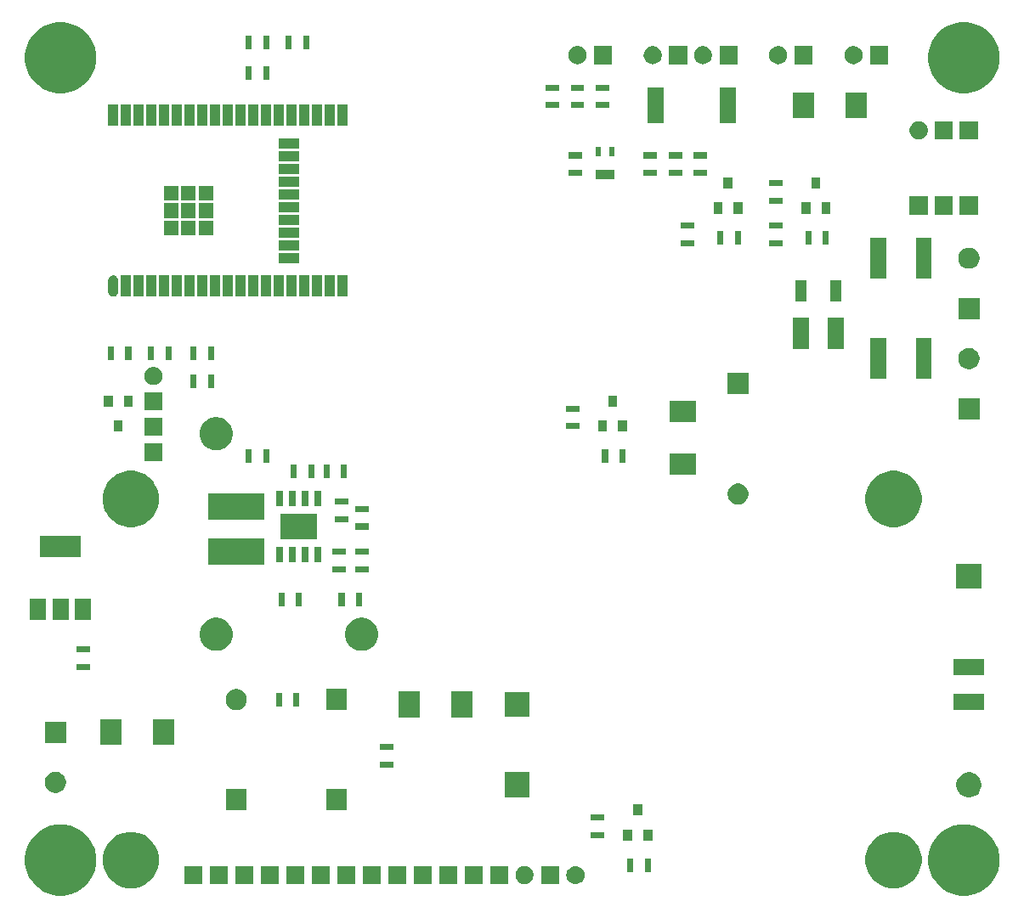
<source format=gbr>
G04 #@! TF.GenerationSoftware,KiCad,Pcbnew,(5.1.2-1)-1*
G04 #@! TF.CreationDate,2020-09-08T18:19:47+03:00*
G04 #@! TF.ProjectId,UAK_0,55414b5f-302e-46b6-9963-61645f706362,rev?*
G04 #@! TF.SameCoordinates,Original*
G04 #@! TF.FileFunction,Soldermask,Top*
G04 #@! TF.FilePolarity,Negative*
%FSLAX46Y46*%
G04 Gerber Fmt 4.6, Leading zero omitted, Abs format (unit mm)*
G04 Created by KiCad (PCBNEW (5.1.2-1)-1) date 2020-09-08 18:19:47*
%MOMM*%
%LPD*%
G04 APERTURE LIST*
%ADD10C,0.100000*%
G04 APERTURE END LIST*
D10*
G36*
X171035787Y-131585462D02*
G01*
X171035790Y-131585463D01*
X171035789Y-131585463D01*
X171682029Y-131853144D01*
X172263631Y-132241758D01*
X172758242Y-132736369D01*
X173146856Y-133317971D01*
X173146856Y-133317972D01*
X173414538Y-133964213D01*
X173551000Y-134650256D01*
X173551000Y-135349744D01*
X173414538Y-136035787D01*
X173356460Y-136176000D01*
X173146856Y-136682029D01*
X172758242Y-137263631D01*
X172263631Y-137758242D01*
X171682029Y-138146856D01*
X171225068Y-138336135D01*
X171035787Y-138414538D01*
X170349744Y-138551000D01*
X169650256Y-138551000D01*
X168964213Y-138414538D01*
X168774932Y-138336135D01*
X168317971Y-138146856D01*
X167736369Y-137758242D01*
X167241758Y-137263631D01*
X166853144Y-136682029D01*
X166643540Y-136176000D01*
X166585462Y-136035787D01*
X166449000Y-135349744D01*
X166449000Y-134650256D01*
X166585462Y-133964213D01*
X166853144Y-133317972D01*
X166853144Y-133317971D01*
X167241758Y-132736369D01*
X167736369Y-132241758D01*
X168317971Y-131853144D01*
X168964211Y-131585463D01*
X168964210Y-131585463D01*
X168964213Y-131585462D01*
X169650256Y-131449000D01*
X170349744Y-131449000D01*
X171035787Y-131585462D01*
X171035787Y-131585462D01*
G37*
G36*
X81035787Y-131585462D02*
G01*
X81035790Y-131585463D01*
X81035789Y-131585463D01*
X81682029Y-131853144D01*
X82263631Y-132241758D01*
X82758242Y-132736369D01*
X83146856Y-133317971D01*
X83146856Y-133317972D01*
X83414538Y-133964213D01*
X83551000Y-134650256D01*
X83551000Y-135349744D01*
X83414538Y-136035787D01*
X83356460Y-136176000D01*
X83146856Y-136682029D01*
X82758242Y-137263631D01*
X82263631Y-137758242D01*
X81682029Y-138146856D01*
X81225068Y-138336135D01*
X81035787Y-138414538D01*
X80349744Y-138551000D01*
X79650256Y-138551000D01*
X78964213Y-138414538D01*
X78774932Y-138336135D01*
X78317971Y-138146856D01*
X77736369Y-137758242D01*
X77241758Y-137263631D01*
X76853144Y-136682029D01*
X76643540Y-136176000D01*
X76585462Y-136035787D01*
X76449000Y-135349744D01*
X76449000Y-134650256D01*
X76585462Y-133964213D01*
X76853144Y-133317972D01*
X76853144Y-133317971D01*
X77241758Y-132736369D01*
X77736369Y-132241758D01*
X78317971Y-131853144D01*
X78964211Y-131585463D01*
X78964210Y-131585463D01*
X78964213Y-131585462D01*
X79650256Y-131449000D01*
X80349744Y-131449000D01*
X81035787Y-131585462D01*
X81035787Y-131585462D01*
G37*
G36*
X163817021Y-132306640D02*
G01*
X164326769Y-132517785D01*
X164326771Y-132517786D01*
X164785534Y-132824321D01*
X165175679Y-133214466D01*
X165244839Y-133317972D01*
X165482215Y-133673231D01*
X165693360Y-134182979D01*
X165801000Y-134724124D01*
X165801000Y-135275876D01*
X165693360Y-135817021D01*
X165483621Y-136323375D01*
X165482214Y-136326771D01*
X165175679Y-136785534D01*
X164785534Y-137175679D01*
X164326771Y-137482214D01*
X164326770Y-137482215D01*
X164326769Y-137482215D01*
X163817021Y-137693360D01*
X163275876Y-137801000D01*
X162724124Y-137801000D01*
X162182979Y-137693360D01*
X161673231Y-137482215D01*
X161673230Y-137482215D01*
X161673229Y-137482214D01*
X161214466Y-137175679D01*
X160824321Y-136785534D01*
X160517786Y-136326771D01*
X160516379Y-136323375D01*
X160306640Y-135817021D01*
X160199000Y-135275876D01*
X160199000Y-134724124D01*
X160306640Y-134182979D01*
X160517785Y-133673231D01*
X160755161Y-133317972D01*
X160824321Y-133214466D01*
X161214466Y-132824321D01*
X161673229Y-132517786D01*
X161673231Y-132517785D01*
X162182979Y-132306640D01*
X162724124Y-132199000D01*
X163275876Y-132199000D01*
X163817021Y-132306640D01*
X163817021Y-132306640D01*
G37*
G36*
X87817021Y-132306640D02*
G01*
X88326769Y-132517785D01*
X88326771Y-132517786D01*
X88785534Y-132824321D01*
X89175679Y-133214466D01*
X89244839Y-133317972D01*
X89482215Y-133673231D01*
X89693360Y-134182979D01*
X89801000Y-134724124D01*
X89801000Y-135275876D01*
X89693360Y-135817021D01*
X89483621Y-136323375D01*
X89482214Y-136326771D01*
X89175679Y-136785534D01*
X88785534Y-137175679D01*
X88326771Y-137482214D01*
X88326770Y-137482215D01*
X88326769Y-137482215D01*
X87817021Y-137693360D01*
X87275876Y-137801000D01*
X86724124Y-137801000D01*
X86182979Y-137693360D01*
X85673231Y-137482215D01*
X85673230Y-137482215D01*
X85673229Y-137482214D01*
X85214466Y-137175679D01*
X84824321Y-136785534D01*
X84517786Y-136326771D01*
X84516379Y-136323375D01*
X84306640Y-135817021D01*
X84199000Y-135275876D01*
X84199000Y-134724124D01*
X84306640Y-134182979D01*
X84517785Y-133673231D01*
X84755161Y-133317972D01*
X84824321Y-133214466D01*
X85214466Y-132824321D01*
X85673229Y-132517786D01*
X85673231Y-132517785D01*
X86182979Y-132306640D01*
X86724124Y-132199000D01*
X87275876Y-132199000D01*
X87817021Y-132306640D01*
X87817021Y-132306640D01*
G37*
G36*
X122041000Y-137401000D02*
G01*
X120239000Y-137401000D01*
X120239000Y-135599000D01*
X122041000Y-135599000D01*
X122041000Y-137401000D01*
X122041000Y-137401000D01*
G37*
G36*
X119501000Y-137401000D02*
G01*
X117699000Y-137401000D01*
X117699000Y-135599000D01*
X119501000Y-135599000D01*
X119501000Y-137401000D01*
X119501000Y-137401000D01*
G37*
G36*
X116961000Y-137401000D02*
G01*
X115159000Y-137401000D01*
X115159000Y-135599000D01*
X116961000Y-135599000D01*
X116961000Y-137401000D01*
X116961000Y-137401000D01*
G37*
G36*
X114421000Y-137401000D02*
G01*
X112619000Y-137401000D01*
X112619000Y-135599000D01*
X114421000Y-135599000D01*
X114421000Y-137401000D01*
X114421000Y-137401000D01*
G37*
G36*
X111881000Y-137401000D02*
G01*
X110079000Y-137401000D01*
X110079000Y-135599000D01*
X111881000Y-135599000D01*
X111881000Y-137401000D01*
X111881000Y-137401000D01*
G37*
G36*
X109341000Y-137401000D02*
G01*
X107539000Y-137401000D01*
X107539000Y-135599000D01*
X109341000Y-135599000D01*
X109341000Y-137401000D01*
X109341000Y-137401000D01*
G37*
G36*
X106801000Y-137401000D02*
G01*
X104999000Y-137401000D01*
X104999000Y-135599000D01*
X106801000Y-135599000D01*
X106801000Y-137401000D01*
X106801000Y-137401000D01*
G37*
G36*
X104261000Y-137401000D02*
G01*
X102459000Y-137401000D01*
X102459000Y-135599000D01*
X104261000Y-135599000D01*
X104261000Y-137401000D01*
X104261000Y-137401000D01*
G37*
G36*
X101721000Y-137401000D02*
G01*
X99919000Y-137401000D01*
X99919000Y-135599000D01*
X101721000Y-135599000D01*
X101721000Y-137401000D01*
X101721000Y-137401000D01*
G37*
G36*
X99181000Y-137401000D02*
G01*
X97379000Y-137401000D01*
X97379000Y-135599000D01*
X99181000Y-135599000D01*
X99181000Y-137401000D01*
X99181000Y-137401000D01*
G37*
G36*
X96641000Y-137401000D02*
G01*
X94839000Y-137401000D01*
X94839000Y-135599000D01*
X96641000Y-135599000D01*
X96641000Y-137401000D01*
X96641000Y-137401000D01*
G37*
G36*
X94101000Y-137401000D02*
G01*
X92299000Y-137401000D01*
X92299000Y-135599000D01*
X94101000Y-135599000D01*
X94101000Y-137401000D01*
X94101000Y-137401000D01*
G37*
G36*
X131410442Y-135605518D02*
G01*
X131476627Y-135612037D01*
X131646466Y-135663557D01*
X131802991Y-135747222D01*
X131838729Y-135776552D01*
X131940186Y-135859814D01*
X132023448Y-135961271D01*
X132052778Y-135997009D01*
X132136443Y-136153534D01*
X132187963Y-136323373D01*
X132205359Y-136500000D01*
X132187963Y-136676627D01*
X132136443Y-136846466D01*
X132052778Y-137002991D01*
X132023448Y-137038729D01*
X131940186Y-137140186D01*
X131867480Y-137199853D01*
X131802991Y-137252778D01*
X131646466Y-137336443D01*
X131476627Y-137387963D01*
X131410443Y-137394481D01*
X131344260Y-137401000D01*
X131255740Y-137401000D01*
X131189557Y-137394481D01*
X131123373Y-137387963D01*
X130953534Y-137336443D01*
X130797009Y-137252778D01*
X130732520Y-137199853D01*
X130659814Y-137140186D01*
X130576552Y-137038729D01*
X130547222Y-137002991D01*
X130463557Y-136846466D01*
X130412037Y-136676627D01*
X130394641Y-136500000D01*
X130412037Y-136323373D01*
X130463557Y-136153534D01*
X130547222Y-135997009D01*
X130576552Y-135961271D01*
X130659814Y-135859814D01*
X130761271Y-135776552D01*
X130797009Y-135747222D01*
X130953534Y-135663557D01*
X131123373Y-135612037D01*
X131189558Y-135605518D01*
X131255740Y-135599000D01*
X131344260Y-135599000D01*
X131410442Y-135605518D01*
X131410442Y-135605518D01*
G37*
G36*
X124581000Y-137401000D02*
G01*
X122779000Y-137401000D01*
X122779000Y-135599000D01*
X124581000Y-135599000D01*
X124581000Y-137401000D01*
X124581000Y-137401000D01*
G37*
G36*
X126333512Y-135603927D02*
G01*
X126482812Y-135633624D01*
X126646784Y-135701544D01*
X126794354Y-135800147D01*
X126919853Y-135925646D01*
X127018456Y-136073216D01*
X127086376Y-136237188D01*
X127121000Y-136411259D01*
X127121000Y-136588741D01*
X127086376Y-136762812D01*
X127018456Y-136926784D01*
X126919853Y-137074354D01*
X126794354Y-137199853D01*
X126646784Y-137298456D01*
X126482812Y-137366376D01*
X126333512Y-137396073D01*
X126308742Y-137401000D01*
X126131258Y-137401000D01*
X126106488Y-137396073D01*
X125957188Y-137366376D01*
X125793216Y-137298456D01*
X125645646Y-137199853D01*
X125520147Y-137074354D01*
X125421544Y-136926784D01*
X125353624Y-136762812D01*
X125319000Y-136588741D01*
X125319000Y-136411259D01*
X125353624Y-136237188D01*
X125421544Y-136073216D01*
X125520147Y-135925646D01*
X125645646Y-135800147D01*
X125793216Y-135701544D01*
X125957188Y-135633624D01*
X126106488Y-135603927D01*
X126131258Y-135599000D01*
X126308742Y-135599000D01*
X126333512Y-135603927D01*
X126333512Y-135603927D01*
G37*
G36*
X129661000Y-137401000D02*
G01*
X127859000Y-137401000D01*
X127859000Y-135599000D01*
X129661000Y-135599000D01*
X129661000Y-137401000D01*
X129661000Y-137401000D01*
G37*
G36*
X138801000Y-136176000D02*
G01*
X138199000Y-136176000D01*
X138199000Y-134824000D01*
X138801000Y-134824000D01*
X138801000Y-136176000D01*
X138801000Y-136176000D01*
G37*
G36*
X137051000Y-136176000D02*
G01*
X136449000Y-136176000D01*
X136449000Y-134824000D01*
X137051000Y-134824000D01*
X137051000Y-136176000D01*
X137051000Y-136176000D01*
G37*
G36*
X136951000Y-133051000D02*
G01*
X136049000Y-133051000D01*
X136049000Y-131949000D01*
X136951000Y-131949000D01*
X136951000Y-133051000D01*
X136951000Y-133051000D01*
G37*
G36*
X138951000Y-133051000D02*
G01*
X138049000Y-133051000D01*
X138049000Y-131949000D01*
X138951000Y-131949000D01*
X138951000Y-133051000D01*
X138951000Y-133051000D01*
G37*
G36*
X134176000Y-132801000D02*
G01*
X132824000Y-132801000D01*
X132824000Y-132199000D01*
X134176000Y-132199000D01*
X134176000Y-132801000D01*
X134176000Y-132801000D01*
G37*
G36*
X134176000Y-131051000D02*
G01*
X132824000Y-131051000D01*
X132824000Y-130449000D01*
X134176000Y-130449000D01*
X134176000Y-131051000D01*
X134176000Y-131051000D01*
G37*
G36*
X137951000Y-130551000D02*
G01*
X137049000Y-130551000D01*
X137049000Y-129449000D01*
X137951000Y-129449000D01*
X137951000Y-130551000D01*
X137951000Y-130551000D01*
G37*
G36*
X98551000Y-130051000D02*
G01*
X96449000Y-130051000D01*
X96449000Y-127949000D01*
X98551000Y-127949000D01*
X98551000Y-130051000D01*
X98551000Y-130051000D01*
G37*
G36*
X108551000Y-130051000D02*
G01*
X106449000Y-130051000D01*
X106449000Y-127949000D01*
X108551000Y-127949000D01*
X108551000Y-130051000D01*
X108551000Y-130051000D01*
G37*
G36*
X126751000Y-128751000D02*
G01*
X124249000Y-128751000D01*
X124249000Y-126249000D01*
X126751000Y-126249000D01*
X126751000Y-128751000D01*
X126751000Y-128751000D01*
G37*
G36*
X170864903Y-126297075D02*
G01*
X171092571Y-126391378D01*
X171297466Y-126528285D01*
X171471715Y-126702534D01*
X171608622Y-126907429D01*
X171702925Y-127135097D01*
X171751000Y-127376787D01*
X171751000Y-127623213D01*
X171702925Y-127864903D01*
X171608622Y-128092571D01*
X171471715Y-128297466D01*
X171297466Y-128471715D01*
X171092571Y-128608622D01*
X171092570Y-128608623D01*
X171092569Y-128608623D01*
X170864903Y-128702925D01*
X170623214Y-128751000D01*
X170376786Y-128751000D01*
X170135097Y-128702925D01*
X169907431Y-128608623D01*
X169907430Y-128608623D01*
X169907429Y-128608622D01*
X169702534Y-128471715D01*
X169528285Y-128297466D01*
X169391378Y-128092571D01*
X169297075Y-127864903D01*
X169249000Y-127623213D01*
X169249000Y-127376787D01*
X169297075Y-127135097D01*
X169391378Y-126907429D01*
X169528285Y-126702534D01*
X169702534Y-126528285D01*
X169907429Y-126391378D01*
X170135097Y-126297075D01*
X170376786Y-126249000D01*
X170623214Y-126249000D01*
X170864903Y-126297075D01*
X170864903Y-126297075D01*
G37*
G36*
X79806564Y-126239389D02*
G01*
X79997833Y-126318615D01*
X79997835Y-126318616D01*
X80169973Y-126433635D01*
X80316365Y-126580027D01*
X80398222Y-126702534D01*
X80431385Y-126752167D01*
X80510611Y-126943436D01*
X80551000Y-127146484D01*
X80551000Y-127353516D01*
X80510611Y-127556564D01*
X80431385Y-127747833D01*
X80431384Y-127747835D01*
X80316365Y-127919973D01*
X80169973Y-128066365D01*
X79997835Y-128181384D01*
X79997834Y-128181385D01*
X79997833Y-128181385D01*
X79806564Y-128260611D01*
X79603516Y-128301000D01*
X79396484Y-128301000D01*
X79193436Y-128260611D01*
X79002167Y-128181385D01*
X79002166Y-128181385D01*
X79002165Y-128181384D01*
X78830027Y-128066365D01*
X78683635Y-127919973D01*
X78568616Y-127747835D01*
X78568615Y-127747833D01*
X78489389Y-127556564D01*
X78449000Y-127353516D01*
X78449000Y-127146484D01*
X78489389Y-126943436D01*
X78568615Y-126752167D01*
X78601779Y-126702534D01*
X78683635Y-126580027D01*
X78830027Y-126433635D01*
X79002165Y-126318616D01*
X79002167Y-126318615D01*
X79193436Y-126239389D01*
X79396484Y-126199000D01*
X79603516Y-126199000D01*
X79806564Y-126239389D01*
X79806564Y-126239389D01*
G37*
G36*
X113176000Y-125801000D02*
G01*
X111824000Y-125801000D01*
X111824000Y-125199000D01*
X113176000Y-125199000D01*
X113176000Y-125801000D01*
X113176000Y-125801000D01*
G37*
G36*
X113176000Y-124051000D02*
G01*
X111824000Y-124051000D01*
X111824000Y-123449000D01*
X113176000Y-123449000D01*
X113176000Y-124051000D01*
X113176000Y-124051000D01*
G37*
G36*
X86051000Y-123551000D02*
G01*
X83949000Y-123551000D01*
X83949000Y-120949000D01*
X86051000Y-120949000D01*
X86051000Y-123551000D01*
X86051000Y-123551000D01*
G37*
G36*
X91301000Y-123551000D02*
G01*
X89199000Y-123551000D01*
X89199000Y-120949000D01*
X91301000Y-120949000D01*
X91301000Y-123551000D01*
X91301000Y-123551000D01*
G37*
G36*
X80551000Y-123301000D02*
G01*
X78449000Y-123301000D01*
X78449000Y-121199000D01*
X80551000Y-121199000D01*
X80551000Y-123301000D01*
X80551000Y-123301000D01*
G37*
G36*
X121051000Y-120801000D02*
G01*
X118949000Y-120801000D01*
X118949000Y-118199000D01*
X121051000Y-118199000D01*
X121051000Y-120801000D01*
X121051000Y-120801000D01*
G37*
G36*
X115801000Y-120801000D02*
G01*
X113699000Y-120801000D01*
X113699000Y-118199000D01*
X115801000Y-118199000D01*
X115801000Y-120801000D01*
X115801000Y-120801000D01*
G37*
G36*
X126751000Y-120751000D02*
G01*
X124249000Y-120751000D01*
X124249000Y-118249000D01*
X126751000Y-118249000D01*
X126751000Y-120751000D01*
X126751000Y-120751000D01*
G37*
G36*
X172051000Y-120051000D02*
G01*
X168949000Y-120051000D01*
X168949000Y-118449000D01*
X172051000Y-118449000D01*
X172051000Y-120051000D01*
X172051000Y-120051000D01*
G37*
G36*
X97806564Y-117989389D02*
G01*
X97997833Y-118068615D01*
X97997835Y-118068616D01*
X98169973Y-118183635D01*
X98316365Y-118330027D01*
X98431385Y-118502167D01*
X98510611Y-118693436D01*
X98551000Y-118896484D01*
X98551000Y-119103516D01*
X98510611Y-119306564D01*
X98431385Y-119497833D01*
X98431384Y-119497835D01*
X98316365Y-119669973D01*
X98169973Y-119816365D01*
X97997835Y-119931384D01*
X97997834Y-119931385D01*
X97997833Y-119931385D01*
X97806564Y-120010611D01*
X97603516Y-120051000D01*
X97396484Y-120051000D01*
X97193436Y-120010611D01*
X97002167Y-119931385D01*
X97002166Y-119931385D01*
X97002165Y-119931384D01*
X96830027Y-119816365D01*
X96683635Y-119669973D01*
X96568616Y-119497835D01*
X96568615Y-119497833D01*
X96489389Y-119306564D01*
X96449000Y-119103516D01*
X96449000Y-118896484D01*
X96489389Y-118693436D01*
X96568615Y-118502167D01*
X96683635Y-118330027D01*
X96830027Y-118183635D01*
X97002165Y-118068616D01*
X97002167Y-118068615D01*
X97193436Y-117989389D01*
X97396484Y-117949000D01*
X97603516Y-117949000D01*
X97806564Y-117989389D01*
X97806564Y-117989389D01*
G37*
G36*
X108551000Y-120051000D02*
G01*
X106449000Y-120051000D01*
X106449000Y-117949000D01*
X108551000Y-117949000D01*
X108551000Y-120051000D01*
X108551000Y-120051000D01*
G37*
G36*
X102051000Y-119676000D02*
G01*
X101449000Y-119676000D01*
X101449000Y-118324000D01*
X102051000Y-118324000D01*
X102051000Y-119676000D01*
X102051000Y-119676000D01*
G37*
G36*
X103801000Y-119676000D02*
G01*
X103199000Y-119676000D01*
X103199000Y-118324000D01*
X103801000Y-118324000D01*
X103801000Y-119676000D01*
X103801000Y-119676000D01*
G37*
G36*
X172051000Y-116551000D02*
G01*
X168949000Y-116551000D01*
X168949000Y-114949000D01*
X172051000Y-114949000D01*
X172051000Y-116551000D01*
X172051000Y-116551000D01*
G37*
G36*
X82926000Y-116051000D02*
G01*
X81574000Y-116051000D01*
X81574000Y-115449000D01*
X82926000Y-115449000D01*
X82926000Y-116051000D01*
X82926000Y-116051000D01*
G37*
G36*
X82926000Y-114301000D02*
G01*
X81574000Y-114301000D01*
X81574000Y-113699000D01*
X82926000Y-113699000D01*
X82926000Y-114301000D01*
X82926000Y-114301000D01*
G37*
G36*
X95875256Y-110891298D02*
G01*
X95981579Y-110912447D01*
X96282042Y-111036903D01*
X96552451Y-111217585D01*
X96782415Y-111447549D01*
X96963097Y-111717958D01*
X97087553Y-112018421D01*
X97151000Y-112337391D01*
X97151000Y-112662609D01*
X97087553Y-112981579D01*
X96963097Y-113282042D01*
X96782415Y-113552451D01*
X96552451Y-113782415D01*
X96282042Y-113963097D01*
X95981579Y-114087553D01*
X95875256Y-114108702D01*
X95662611Y-114151000D01*
X95337389Y-114151000D01*
X95124744Y-114108702D01*
X95018421Y-114087553D01*
X94717958Y-113963097D01*
X94447549Y-113782415D01*
X94217585Y-113552451D01*
X94036903Y-113282042D01*
X93912447Y-112981579D01*
X93849000Y-112662609D01*
X93849000Y-112337391D01*
X93912447Y-112018421D01*
X94036903Y-111717958D01*
X94217585Y-111447549D01*
X94447549Y-111217585D01*
X94717958Y-111036903D01*
X95018421Y-110912447D01*
X95124744Y-110891298D01*
X95337389Y-110849000D01*
X95662611Y-110849000D01*
X95875256Y-110891298D01*
X95875256Y-110891298D01*
G37*
G36*
X110375256Y-110891298D02*
G01*
X110481579Y-110912447D01*
X110782042Y-111036903D01*
X111052451Y-111217585D01*
X111282415Y-111447549D01*
X111463097Y-111717958D01*
X111587553Y-112018421D01*
X111651000Y-112337391D01*
X111651000Y-112662609D01*
X111587553Y-112981579D01*
X111463097Y-113282042D01*
X111282415Y-113552451D01*
X111052451Y-113782415D01*
X110782042Y-113963097D01*
X110481579Y-114087553D01*
X110375256Y-114108702D01*
X110162611Y-114151000D01*
X109837389Y-114151000D01*
X109624744Y-114108702D01*
X109518421Y-114087553D01*
X109217958Y-113963097D01*
X108947549Y-113782415D01*
X108717585Y-113552451D01*
X108536903Y-113282042D01*
X108412447Y-112981579D01*
X108349000Y-112662609D01*
X108349000Y-112337391D01*
X108412447Y-112018421D01*
X108536903Y-111717958D01*
X108717585Y-111447549D01*
X108947549Y-111217585D01*
X109217958Y-111036903D01*
X109518421Y-110912447D01*
X109624744Y-110891298D01*
X109837389Y-110849000D01*
X110162611Y-110849000D01*
X110375256Y-110891298D01*
X110375256Y-110891298D01*
G37*
G36*
X80801000Y-111051000D02*
G01*
X79199000Y-111051000D01*
X79199000Y-108949000D01*
X80801000Y-108949000D01*
X80801000Y-111051000D01*
X80801000Y-111051000D01*
G37*
G36*
X83051000Y-111051000D02*
G01*
X81449000Y-111051000D01*
X81449000Y-108949000D01*
X83051000Y-108949000D01*
X83051000Y-111051000D01*
X83051000Y-111051000D01*
G37*
G36*
X78551000Y-111051000D02*
G01*
X76949000Y-111051000D01*
X76949000Y-108949000D01*
X78551000Y-108949000D01*
X78551000Y-111051000D01*
X78551000Y-111051000D01*
G37*
G36*
X110051000Y-109676000D02*
G01*
X109449000Y-109676000D01*
X109449000Y-108324000D01*
X110051000Y-108324000D01*
X110051000Y-109676000D01*
X110051000Y-109676000D01*
G37*
G36*
X108301000Y-109676000D02*
G01*
X107699000Y-109676000D01*
X107699000Y-108324000D01*
X108301000Y-108324000D01*
X108301000Y-109676000D01*
X108301000Y-109676000D01*
G37*
G36*
X104051000Y-109676000D02*
G01*
X103449000Y-109676000D01*
X103449000Y-108324000D01*
X104051000Y-108324000D01*
X104051000Y-109676000D01*
X104051000Y-109676000D01*
G37*
G36*
X102301000Y-109676000D02*
G01*
X101699000Y-109676000D01*
X101699000Y-108324000D01*
X102301000Y-108324000D01*
X102301000Y-109676000D01*
X102301000Y-109676000D01*
G37*
G36*
X171751000Y-107951000D02*
G01*
X169249000Y-107951000D01*
X169249000Y-105449000D01*
X171751000Y-105449000D01*
X171751000Y-107951000D01*
X171751000Y-107951000D01*
G37*
G36*
X108426000Y-106301000D02*
G01*
X107074000Y-106301000D01*
X107074000Y-105699000D01*
X108426000Y-105699000D01*
X108426000Y-106301000D01*
X108426000Y-106301000D01*
G37*
G36*
X110676000Y-106301000D02*
G01*
X109324000Y-106301000D01*
X109324000Y-105699000D01*
X110676000Y-105699000D01*
X110676000Y-106301000D01*
X110676000Y-106301000D01*
G37*
G36*
X100301000Y-105551000D02*
G01*
X94699000Y-105551000D01*
X94699000Y-102949000D01*
X100301000Y-102949000D01*
X100301000Y-105551000D01*
X100301000Y-105551000D01*
G37*
G36*
X102200800Y-105331600D02*
G01*
X101489200Y-105331600D01*
X101489200Y-103756400D01*
X102200800Y-103756400D01*
X102200800Y-105331600D01*
X102200800Y-105331600D01*
G37*
G36*
X103470800Y-105331600D02*
G01*
X102759200Y-105331600D01*
X102759200Y-103756400D01*
X103470800Y-103756400D01*
X103470800Y-105331600D01*
X103470800Y-105331600D01*
G37*
G36*
X104740800Y-105331600D02*
G01*
X104029200Y-105331600D01*
X104029200Y-103756400D01*
X104740800Y-103756400D01*
X104740800Y-105331600D01*
X104740800Y-105331600D01*
G37*
G36*
X106010800Y-105331600D02*
G01*
X105299200Y-105331600D01*
X105299200Y-103756400D01*
X106010800Y-103756400D01*
X106010800Y-105331600D01*
X106010800Y-105331600D01*
G37*
G36*
X82051000Y-104801000D02*
G01*
X77949000Y-104801000D01*
X77949000Y-102699000D01*
X82051000Y-102699000D01*
X82051000Y-104801000D01*
X82051000Y-104801000D01*
G37*
G36*
X110676000Y-104551000D02*
G01*
X109324000Y-104551000D01*
X109324000Y-103949000D01*
X110676000Y-103949000D01*
X110676000Y-104551000D01*
X110676000Y-104551000D01*
G37*
G36*
X108426000Y-104551000D02*
G01*
X107074000Y-104551000D01*
X107074000Y-103949000D01*
X108426000Y-103949000D01*
X108426000Y-104551000D01*
X108426000Y-104551000D01*
G37*
G36*
X105551000Y-103051000D02*
G01*
X101949000Y-103051000D01*
X101949000Y-100449000D01*
X105551000Y-100449000D01*
X105551000Y-103051000D01*
X105551000Y-103051000D01*
G37*
G36*
X110676000Y-102051000D02*
G01*
X109324000Y-102051000D01*
X109324000Y-101449000D01*
X110676000Y-101449000D01*
X110676000Y-102051000D01*
X110676000Y-102051000D01*
G37*
G36*
X163817021Y-96306640D02*
G01*
X164326769Y-96517785D01*
X164326771Y-96517786D01*
X164785534Y-96824321D01*
X165175679Y-97214466D01*
X165412313Y-97568615D01*
X165482215Y-97673231D01*
X165693360Y-98182979D01*
X165801000Y-98724124D01*
X165801000Y-99275876D01*
X165693360Y-99817021D01*
X165492889Y-100301000D01*
X165482214Y-100326771D01*
X165175679Y-100785534D01*
X164785534Y-101175679D01*
X164326771Y-101482214D01*
X164326770Y-101482215D01*
X164326769Y-101482215D01*
X163817021Y-101693360D01*
X163275876Y-101801000D01*
X162724124Y-101801000D01*
X162182979Y-101693360D01*
X161673231Y-101482215D01*
X161673230Y-101482215D01*
X161673229Y-101482214D01*
X161214466Y-101175679D01*
X160824321Y-100785534D01*
X160517786Y-100326771D01*
X160507111Y-100301000D01*
X160306640Y-99817021D01*
X160199000Y-99275876D01*
X160199000Y-98724124D01*
X160306640Y-98182979D01*
X160517785Y-97673231D01*
X160587687Y-97568615D01*
X160824321Y-97214466D01*
X161214466Y-96824321D01*
X161673229Y-96517786D01*
X161673231Y-96517785D01*
X162182979Y-96306640D01*
X162724124Y-96199000D01*
X163275876Y-96199000D01*
X163817021Y-96306640D01*
X163817021Y-96306640D01*
G37*
G36*
X87817021Y-96306640D02*
G01*
X88326769Y-96517785D01*
X88326771Y-96517786D01*
X88785534Y-96824321D01*
X89175679Y-97214466D01*
X89412313Y-97568615D01*
X89482215Y-97673231D01*
X89693360Y-98182979D01*
X89801000Y-98724124D01*
X89801000Y-99275876D01*
X89693360Y-99817021D01*
X89492889Y-100301000D01*
X89482214Y-100326771D01*
X89175679Y-100785534D01*
X88785534Y-101175679D01*
X88326771Y-101482214D01*
X88326770Y-101482215D01*
X88326769Y-101482215D01*
X87817021Y-101693360D01*
X87275876Y-101801000D01*
X86724124Y-101801000D01*
X86182979Y-101693360D01*
X85673231Y-101482215D01*
X85673230Y-101482215D01*
X85673229Y-101482214D01*
X85214466Y-101175679D01*
X84824321Y-100785534D01*
X84517786Y-100326771D01*
X84507111Y-100301000D01*
X84306640Y-99817021D01*
X84199000Y-99275876D01*
X84199000Y-98724124D01*
X84306640Y-98182979D01*
X84517785Y-97673231D01*
X84587687Y-97568615D01*
X84824321Y-97214466D01*
X85214466Y-96824321D01*
X85673229Y-96517786D01*
X85673231Y-96517785D01*
X86182979Y-96306640D01*
X86724124Y-96199000D01*
X87275876Y-96199000D01*
X87817021Y-96306640D01*
X87817021Y-96306640D01*
G37*
G36*
X108676000Y-101301000D02*
G01*
X107324000Y-101301000D01*
X107324000Y-100699000D01*
X108676000Y-100699000D01*
X108676000Y-101301000D01*
X108676000Y-101301000D01*
G37*
G36*
X100301000Y-101051000D02*
G01*
X94699000Y-101051000D01*
X94699000Y-98449000D01*
X100301000Y-98449000D01*
X100301000Y-101051000D01*
X100301000Y-101051000D01*
G37*
G36*
X110676000Y-100301000D02*
G01*
X109324000Y-100301000D01*
X109324000Y-99699000D01*
X110676000Y-99699000D01*
X110676000Y-100301000D01*
X110676000Y-100301000D01*
G37*
G36*
X106010800Y-99743600D02*
G01*
X105299200Y-99743600D01*
X105299200Y-98168400D01*
X106010800Y-98168400D01*
X106010800Y-99743600D01*
X106010800Y-99743600D01*
G37*
G36*
X104740800Y-99743600D02*
G01*
X104029200Y-99743600D01*
X104029200Y-98168400D01*
X104740800Y-98168400D01*
X104740800Y-99743600D01*
X104740800Y-99743600D01*
G37*
G36*
X103470800Y-99743600D02*
G01*
X102759200Y-99743600D01*
X102759200Y-98168400D01*
X103470800Y-98168400D01*
X103470800Y-99743600D01*
X103470800Y-99743600D01*
G37*
G36*
X102200800Y-99743600D02*
G01*
X101489200Y-99743600D01*
X101489200Y-98168400D01*
X102200800Y-98168400D01*
X102200800Y-99743600D01*
X102200800Y-99743600D01*
G37*
G36*
X108676000Y-99551000D02*
G01*
X107324000Y-99551000D01*
X107324000Y-98949000D01*
X108676000Y-98949000D01*
X108676000Y-99551000D01*
X108676000Y-99551000D01*
G37*
G36*
X147806564Y-97489389D02*
G01*
X147997833Y-97568615D01*
X147997835Y-97568616D01*
X148154399Y-97673229D01*
X148169973Y-97683635D01*
X148316365Y-97830027D01*
X148431385Y-98002167D01*
X148510611Y-98193436D01*
X148551000Y-98396484D01*
X148551000Y-98603516D01*
X148510611Y-98806564D01*
X148451612Y-98949000D01*
X148431384Y-98997835D01*
X148316365Y-99169973D01*
X148169973Y-99316365D01*
X147997835Y-99431384D01*
X147997834Y-99431385D01*
X147997833Y-99431385D01*
X147806564Y-99510611D01*
X147603516Y-99551000D01*
X147396484Y-99551000D01*
X147193436Y-99510611D01*
X147002167Y-99431385D01*
X147002166Y-99431385D01*
X147002165Y-99431384D01*
X146830027Y-99316365D01*
X146683635Y-99169973D01*
X146568616Y-98997835D01*
X146548388Y-98949000D01*
X146489389Y-98806564D01*
X146449000Y-98603516D01*
X146449000Y-98396484D01*
X146489389Y-98193436D01*
X146568615Y-98002167D01*
X146683635Y-97830027D01*
X146830027Y-97683635D01*
X146845601Y-97673229D01*
X147002165Y-97568616D01*
X147002167Y-97568615D01*
X147193436Y-97489389D01*
X147396484Y-97449000D01*
X147603516Y-97449000D01*
X147806564Y-97489389D01*
X147806564Y-97489389D01*
G37*
G36*
X108551000Y-96926000D02*
G01*
X107949000Y-96926000D01*
X107949000Y-95574000D01*
X108551000Y-95574000D01*
X108551000Y-96926000D01*
X108551000Y-96926000D01*
G37*
G36*
X106801000Y-96926000D02*
G01*
X106199000Y-96926000D01*
X106199000Y-95574000D01*
X106801000Y-95574000D01*
X106801000Y-96926000D01*
X106801000Y-96926000D01*
G37*
G36*
X105301000Y-96926000D02*
G01*
X104699000Y-96926000D01*
X104699000Y-95574000D01*
X105301000Y-95574000D01*
X105301000Y-96926000D01*
X105301000Y-96926000D01*
G37*
G36*
X103551000Y-96926000D02*
G01*
X102949000Y-96926000D01*
X102949000Y-95574000D01*
X103551000Y-95574000D01*
X103551000Y-96926000D01*
X103551000Y-96926000D01*
G37*
G36*
X143301000Y-96551000D02*
G01*
X140699000Y-96551000D01*
X140699000Y-94449000D01*
X143301000Y-94449000D01*
X143301000Y-96551000D01*
X143301000Y-96551000D01*
G37*
G36*
X134551000Y-95426000D02*
G01*
X133949000Y-95426000D01*
X133949000Y-94074000D01*
X134551000Y-94074000D01*
X134551000Y-95426000D01*
X134551000Y-95426000D01*
G37*
G36*
X99051000Y-95426000D02*
G01*
X98449000Y-95426000D01*
X98449000Y-94074000D01*
X99051000Y-94074000D01*
X99051000Y-95426000D01*
X99051000Y-95426000D01*
G37*
G36*
X100801000Y-95426000D02*
G01*
X100199000Y-95426000D01*
X100199000Y-94074000D01*
X100801000Y-94074000D01*
X100801000Y-95426000D01*
X100801000Y-95426000D01*
G37*
G36*
X136301000Y-95426000D02*
G01*
X135699000Y-95426000D01*
X135699000Y-94074000D01*
X136301000Y-94074000D01*
X136301000Y-95426000D01*
X136301000Y-95426000D01*
G37*
G36*
X90151000Y-95271000D02*
G01*
X88349000Y-95271000D01*
X88349000Y-93469000D01*
X90151000Y-93469000D01*
X90151000Y-95271000D01*
X90151000Y-95271000D01*
G37*
G36*
X95875256Y-90891298D02*
G01*
X95981579Y-90912447D01*
X96282042Y-91036903D01*
X96552451Y-91217585D01*
X96782415Y-91447549D01*
X96963097Y-91717958D01*
X96963098Y-91717960D01*
X97087553Y-92018422D01*
X97143762Y-92301000D01*
X97151000Y-92337391D01*
X97151000Y-92662609D01*
X97087553Y-92981579D01*
X96963097Y-93282042D01*
X96782415Y-93552451D01*
X96552451Y-93782415D01*
X96282042Y-93963097D01*
X95981579Y-94087553D01*
X95875256Y-94108702D01*
X95662611Y-94151000D01*
X95337389Y-94151000D01*
X95124744Y-94108702D01*
X95018421Y-94087553D01*
X94717958Y-93963097D01*
X94447549Y-93782415D01*
X94217585Y-93552451D01*
X94036903Y-93282042D01*
X93912447Y-92981579D01*
X93849000Y-92662609D01*
X93849000Y-92337391D01*
X93856239Y-92301000D01*
X93912447Y-92018422D01*
X94036902Y-91717960D01*
X94036903Y-91717958D01*
X94217585Y-91447549D01*
X94447549Y-91217585D01*
X94717958Y-91036903D01*
X95018421Y-90912447D01*
X95124744Y-90891298D01*
X95337389Y-90849000D01*
X95662611Y-90849000D01*
X95875256Y-90891298D01*
X95875256Y-90891298D01*
G37*
G36*
X90151000Y-92731000D02*
G01*
X88349000Y-92731000D01*
X88349000Y-90929000D01*
X90151000Y-90929000D01*
X90151000Y-92731000D01*
X90151000Y-92731000D01*
G37*
G36*
X86201000Y-92301000D02*
G01*
X85299000Y-92301000D01*
X85299000Y-91199000D01*
X86201000Y-91199000D01*
X86201000Y-92301000D01*
X86201000Y-92301000D01*
G37*
G36*
X134451000Y-92301000D02*
G01*
X133549000Y-92301000D01*
X133549000Y-91199000D01*
X134451000Y-91199000D01*
X134451000Y-92301000D01*
X134451000Y-92301000D01*
G37*
G36*
X136451000Y-92301000D02*
G01*
X135549000Y-92301000D01*
X135549000Y-91199000D01*
X136451000Y-91199000D01*
X136451000Y-92301000D01*
X136451000Y-92301000D01*
G37*
G36*
X131676000Y-92051000D02*
G01*
X130324000Y-92051000D01*
X130324000Y-91449000D01*
X131676000Y-91449000D01*
X131676000Y-92051000D01*
X131676000Y-92051000D01*
G37*
G36*
X143301000Y-91301000D02*
G01*
X140699000Y-91301000D01*
X140699000Y-89199000D01*
X143301000Y-89199000D01*
X143301000Y-91301000D01*
X143301000Y-91301000D01*
G37*
G36*
X171551000Y-91051000D02*
G01*
X169449000Y-91051000D01*
X169449000Y-88949000D01*
X171551000Y-88949000D01*
X171551000Y-91051000D01*
X171551000Y-91051000D01*
G37*
G36*
X131676000Y-90301000D02*
G01*
X130324000Y-90301000D01*
X130324000Y-89699000D01*
X131676000Y-89699000D01*
X131676000Y-90301000D01*
X131676000Y-90301000D01*
G37*
G36*
X90151000Y-90191000D02*
G01*
X88349000Y-90191000D01*
X88349000Y-88389000D01*
X90151000Y-88389000D01*
X90151000Y-90191000D01*
X90151000Y-90191000D01*
G37*
G36*
X85201000Y-89801000D02*
G01*
X84299000Y-89801000D01*
X84299000Y-88699000D01*
X85201000Y-88699000D01*
X85201000Y-89801000D01*
X85201000Y-89801000D01*
G37*
G36*
X87201000Y-89801000D02*
G01*
X86299000Y-89801000D01*
X86299000Y-88699000D01*
X87201000Y-88699000D01*
X87201000Y-89801000D01*
X87201000Y-89801000D01*
G37*
G36*
X135451000Y-89801000D02*
G01*
X134549000Y-89801000D01*
X134549000Y-88699000D01*
X135451000Y-88699000D01*
X135451000Y-89801000D01*
X135451000Y-89801000D01*
G37*
G36*
X148551000Y-88551000D02*
G01*
X146449000Y-88551000D01*
X146449000Y-86449000D01*
X148551000Y-86449000D01*
X148551000Y-88551000D01*
X148551000Y-88551000D01*
G37*
G36*
X93551000Y-87926000D02*
G01*
X92949000Y-87926000D01*
X92949000Y-86574000D01*
X93551000Y-86574000D01*
X93551000Y-87926000D01*
X93551000Y-87926000D01*
G37*
G36*
X95301000Y-87926000D02*
G01*
X94699000Y-87926000D01*
X94699000Y-86574000D01*
X95301000Y-86574000D01*
X95301000Y-87926000D01*
X95301000Y-87926000D01*
G37*
G36*
X89363512Y-85853927D02*
G01*
X89512812Y-85883624D01*
X89676784Y-85951544D01*
X89824354Y-86050147D01*
X89949853Y-86175646D01*
X90048456Y-86323216D01*
X90116376Y-86487188D01*
X90151000Y-86661259D01*
X90151000Y-86838741D01*
X90116376Y-87012812D01*
X90048456Y-87176784D01*
X89949853Y-87324354D01*
X89824354Y-87449853D01*
X89676784Y-87548456D01*
X89512812Y-87616376D01*
X89363512Y-87646073D01*
X89338742Y-87651000D01*
X89161258Y-87651000D01*
X89136488Y-87646073D01*
X88987188Y-87616376D01*
X88823216Y-87548456D01*
X88675646Y-87449853D01*
X88550147Y-87324354D01*
X88451544Y-87176784D01*
X88383624Y-87012812D01*
X88349000Y-86838741D01*
X88349000Y-86661259D01*
X88383624Y-86487188D01*
X88451544Y-86323216D01*
X88550147Y-86175646D01*
X88675646Y-86050147D01*
X88823216Y-85951544D01*
X88987188Y-85883624D01*
X89136488Y-85853927D01*
X89161258Y-85849000D01*
X89338742Y-85849000D01*
X89363512Y-85853927D01*
X89363512Y-85853927D01*
G37*
G36*
X162301000Y-87051000D02*
G01*
X160699000Y-87051000D01*
X160699000Y-82949000D01*
X162301000Y-82949000D01*
X162301000Y-87051000D01*
X162301000Y-87051000D01*
G37*
G36*
X166801000Y-87051000D02*
G01*
X165199000Y-87051000D01*
X165199000Y-82949000D01*
X166801000Y-82949000D01*
X166801000Y-87051000D01*
X166801000Y-87051000D01*
G37*
G36*
X170806564Y-83989389D02*
G01*
X170997833Y-84068615D01*
X170997835Y-84068616D01*
X171169973Y-84183635D01*
X171316365Y-84330027D01*
X171431385Y-84502167D01*
X171510611Y-84693436D01*
X171551000Y-84896484D01*
X171551000Y-85103516D01*
X171510611Y-85306564D01*
X171431385Y-85497833D01*
X171431384Y-85497835D01*
X171316365Y-85669973D01*
X171169973Y-85816365D01*
X170997835Y-85931384D01*
X170997834Y-85931385D01*
X170997833Y-85931385D01*
X170806564Y-86010611D01*
X170603516Y-86051000D01*
X170396484Y-86051000D01*
X170193436Y-86010611D01*
X170002167Y-85931385D01*
X170002166Y-85931385D01*
X170002165Y-85931384D01*
X169830027Y-85816365D01*
X169683635Y-85669973D01*
X169568616Y-85497835D01*
X169568615Y-85497833D01*
X169489389Y-85306564D01*
X169449000Y-85103516D01*
X169449000Y-84896484D01*
X169489389Y-84693436D01*
X169568615Y-84502167D01*
X169683635Y-84330027D01*
X169830027Y-84183635D01*
X170002165Y-84068616D01*
X170002167Y-84068615D01*
X170193436Y-83989389D01*
X170396484Y-83949000D01*
X170603516Y-83949000D01*
X170806564Y-83989389D01*
X170806564Y-83989389D01*
G37*
G36*
X93551000Y-85176000D02*
G01*
X92949000Y-85176000D01*
X92949000Y-83824000D01*
X93551000Y-83824000D01*
X93551000Y-85176000D01*
X93551000Y-85176000D01*
G37*
G36*
X89301000Y-85176000D02*
G01*
X88699000Y-85176000D01*
X88699000Y-83824000D01*
X89301000Y-83824000D01*
X89301000Y-85176000D01*
X89301000Y-85176000D01*
G37*
G36*
X91051000Y-85176000D02*
G01*
X90449000Y-85176000D01*
X90449000Y-83824000D01*
X91051000Y-83824000D01*
X91051000Y-85176000D01*
X91051000Y-85176000D01*
G37*
G36*
X95301000Y-85176000D02*
G01*
X94699000Y-85176000D01*
X94699000Y-83824000D01*
X95301000Y-83824000D01*
X95301000Y-85176000D01*
X95301000Y-85176000D01*
G37*
G36*
X87051000Y-85176000D02*
G01*
X86449000Y-85176000D01*
X86449000Y-83824000D01*
X87051000Y-83824000D01*
X87051000Y-85176000D01*
X87051000Y-85176000D01*
G37*
G36*
X85301000Y-85176000D02*
G01*
X84699000Y-85176000D01*
X84699000Y-83824000D01*
X85301000Y-83824000D01*
X85301000Y-85176000D01*
X85301000Y-85176000D01*
G37*
G36*
X154551000Y-84051000D02*
G01*
X152949000Y-84051000D01*
X152949000Y-80949000D01*
X154551000Y-80949000D01*
X154551000Y-84051000D01*
X154551000Y-84051000D01*
G37*
G36*
X158051000Y-84051000D02*
G01*
X156449000Y-84051000D01*
X156449000Y-80949000D01*
X158051000Y-80949000D01*
X158051000Y-84051000D01*
X158051000Y-84051000D01*
G37*
G36*
X171551000Y-81051000D02*
G01*
X169449000Y-81051000D01*
X169449000Y-78949000D01*
X171551000Y-78949000D01*
X171551000Y-81051000D01*
X171551000Y-81051000D01*
G37*
G36*
X157801000Y-79301000D02*
G01*
X156699000Y-79301000D01*
X156699000Y-77199000D01*
X157801000Y-77199000D01*
X157801000Y-79301000D01*
X157801000Y-79301000D01*
G37*
G36*
X154301000Y-79301000D02*
G01*
X153199000Y-79301000D01*
X153199000Y-77199000D01*
X154301000Y-77199000D01*
X154301000Y-79301000D01*
X154301000Y-79301000D01*
G37*
G36*
X85348212Y-76706249D02*
G01*
X85442651Y-76734897D01*
X85529687Y-76781418D01*
X85605975Y-76844025D01*
X85668582Y-76920313D01*
X85715103Y-77007348D01*
X85743751Y-77101787D01*
X85751000Y-77175388D01*
X85751000Y-78324612D01*
X85743751Y-78398213D01*
X85715103Y-78492652D01*
X85668582Y-78579687D01*
X85605975Y-78655975D01*
X85529687Y-78718582D01*
X85442652Y-78765103D01*
X85348213Y-78793751D01*
X85250000Y-78803424D01*
X85151788Y-78793751D01*
X85057349Y-78765103D01*
X84970314Y-78718582D01*
X84894026Y-78655975D01*
X84831419Y-78579687D01*
X84784898Y-78492652D01*
X84756250Y-78398213D01*
X84749001Y-78324612D01*
X84749000Y-77175389D01*
X84756249Y-77101788D01*
X84784897Y-77007349D01*
X84831418Y-76920313D01*
X84894025Y-76844025D01*
X84970313Y-76781418D01*
X85057348Y-76734897D01*
X85151787Y-76706249D01*
X85250000Y-76696576D01*
X85348212Y-76706249D01*
X85348212Y-76706249D01*
G37*
G36*
X102261000Y-78801000D02*
G01*
X101259000Y-78801000D01*
X101259000Y-76699000D01*
X102261000Y-76699000D01*
X102261000Y-78801000D01*
X102261000Y-78801000D01*
G37*
G36*
X100991000Y-78801000D02*
G01*
X99989000Y-78801000D01*
X99989000Y-76699000D01*
X100991000Y-76699000D01*
X100991000Y-78801000D01*
X100991000Y-78801000D01*
G37*
G36*
X94641000Y-78801000D02*
G01*
X93639000Y-78801000D01*
X93639000Y-76699000D01*
X94641000Y-76699000D01*
X94641000Y-78801000D01*
X94641000Y-78801000D01*
G37*
G36*
X93371000Y-78801000D02*
G01*
X92369000Y-78801000D01*
X92369000Y-76699000D01*
X93371000Y-76699000D01*
X93371000Y-78801000D01*
X93371000Y-78801000D01*
G37*
G36*
X95911000Y-78801000D02*
G01*
X94909000Y-78801000D01*
X94909000Y-76699000D01*
X95911000Y-76699000D01*
X95911000Y-78801000D01*
X95911000Y-78801000D01*
G37*
G36*
X88291000Y-78801000D02*
G01*
X87289000Y-78801000D01*
X87289000Y-76699000D01*
X88291000Y-76699000D01*
X88291000Y-78801000D01*
X88291000Y-78801000D01*
G37*
G36*
X89561000Y-78801000D02*
G01*
X88559000Y-78801000D01*
X88559000Y-76699000D01*
X89561000Y-76699000D01*
X89561000Y-78801000D01*
X89561000Y-78801000D01*
G37*
G36*
X90831000Y-78801000D02*
G01*
X89829000Y-78801000D01*
X89829000Y-76699000D01*
X90831000Y-76699000D01*
X90831000Y-78801000D01*
X90831000Y-78801000D01*
G37*
G36*
X92101000Y-78801000D02*
G01*
X91099000Y-78801000D01*
X91099000Y-76699000D01*
X92101000Y-76699000D01*
X92101000Y-78801000D01*
X92101000Y-78801000D01*
G37*
G36*
X97181000Y-78801000D02*
G01*
X96179000Y-78801000D01*
X96179000Y-76699000D01*
X97181000Y-76699000D01*
X97181000Y-78801000D01*
X97181000Y-78801000D01*
G37*
G36*
X98451000Y-78801000D02*
G01*
X97449000Y-78801000D01*
X97449000Y-76699000D01*
X98451000Y-76699000D01*
X98451000Y-78801000D01*
X98451000Y-78801000D01*
G37*
G36*
X99721000Y-78801000D02*
G01*
X98719000Y-78801000D01*
X98719000Y-76699000D01*
X99721000Y-76699000D01*
X99721000Y-78801000D01*
X99721000Y-78801000D01*
G37*
G36*
X103531000Y-78801000D02*
G01*
X102529000Y-78801000D01*
X102529000Y-76699000D01*
X103531000Y-76699000D01*
X103531000Y-78801000D01*
X103531000Y-78801000D01*
G37*
G36*
X104801000Y-78801000D02*
G01*
X103799000Y-78801000D01*
X103799000Y-76699000D01*
X104801000Y-76699000D01*
X104801000Y-78801000D01*
X104801000Y-78801000D01*
G37*
G36*
X106071000Y-78801000D02*
G01*
X105069000Y-78801000D01*
X105069000Y-76699000D01*
X106071000Y-76699000D01*
X106071000Y-78801000D01*
X106071000Y-78801000D01*
G37*
G36*
X107341000Y-78801000D02*
G01*
X106339000Y-78801000D01*
X106339000Y-76699000D01*
X107341000Y-76699000D01*
X107341000Y-78801000D01*
X107341000Y-78801000D01*
G37*
G36*
X108611000Y-78801000D02*
G01*
X107609000Y-78801000D01*
X107609000Y-76699000D01*
X108611000Y-76699000D01*
X108611000Y-78801000D01*
X108611000Y-78801000D01*
G37*
G36*
X87021000Y-78801000D02*
G01*
X86019000Y-78801000D01*
X86019000Y-76699000D01*
X87021000Y-76699000D01*
X87021000Y-78801000D01*
X87021000Y-78801000D01*
G37*
G36*
X166801000Y-77051000D02*
G01*
X165199000Y-77051000D01*
X165199000Y-72949000D01*
X166801000Y-72949000D01*
X166801000Y-77051000D01*
X166801000Y-77051000D01*
G37*
G36*
X162301000Y-77051000D02*
G01*
X160699000Y-77051000D01*
X160699000Y-72949000D01*
X162301000Y-72949000D01*
X162301000Y-77051000D01*
X162301000Y-77051000D01*
G37*
G36*
X170806564Y-73989389D02*
G01*
X170997833Y-74068615D01*
X170997835Y-74068616D01*
X171169973Y-74183635D01*
X171316365Y-74330027D01*
X171431385Y-74502167D01*
X171510611Y-74693436D01*
X171551000Y-74896484D01*
X171551000Y-75103516D01*
X171510611Y-75306564D01*
X171431385Y-75497833D01*
X171431384Y-75497835D01*
X171316365Y-75669973D01*
X171169973Y-75816365D01*
X170997835Y-75931384D01*
X170997834Y-75931385D01*
X170997833Y-75931385D01*
X170806564Y-76010611D01*
X170603516Y-76051000D01*
X170396484Y-76051000D01*
X170193436Y-76010611D01*
X170002167Y-75931385D01*
X170002166Y-75931385D01*
X170002165Y-75931384D01*
X169830027Y-75816365D01*
X169683635Y-75669973D01*
X169568616Y-75497835D01*
X169568615Y-75497833D01*
X169489389Y-75306564D01*
X169449000Y-75103516D01*
X169449000Y-74896484D01*
X169489389Y-74693436D01*
X169568615Y-74502167D01*
X169683635Y-74330027D01*
X169830027Y-74183635D01*
X170002165Y-74068616D01*
X170002167Y-74068615D01*
X170193436Y-73989389D01*
X170396484Y-73949000D01*
X170603516Y-73949000D01*
X170806564Y-73989389D01*
X170806564Y-73989389D01*
G37*
G36*
X103801000Y-75501000D02*
G01*
X101699000Y-75501000D01*
X101699000Y-74499000D01*
X103801000Y-74499000D01*
X103801000Y-75501000D01*
X103801000Y-75501000D01*
G37*
G36*
X103801000Y-74231000D02*
G01*
X101699000Y-74231000D01*
X101699000Y-73229000D01*
X103801000Y-73229000D01*
X103801000Y-74231000D01*
X103801000Y-74231000D01*
G37*
G36*
X151926000Y-73801000D02*
G01*
X150574000Y-73801000D01*
X150574000Y-73199000D01*
X151926000Y-73199000D01*
X151926000Y-73801000D01*
X151926000Y-73801000D01*
G37*
G36*
X143176000Y-73801000D02*
G01*
X141824000Y-73801000D01*
X141824000Y-73199000D01*
X143176000Y-73199000D01*
X143176000Y-73801000D01*
X143176000Y-73801000D01*
G37*
G36*
X154801000Y-73676000D02*
G01*
X154199000Y-73676000D01*
X154199000Y-72324000D01*
X154801000Y-72324000D01*
X154801000Y-73676000D01*
X154801000Y-73676000D01*
G37*
G36*
X156551000Y-73676000D02*
G01*
X155949000Y-73676000D01*
X155949000Y-72324000D01*
X156551000Y-72324000D01*
X156551000Y-73676000D01*
X156551000Y-73676000D01*
G37*
G36*
X146051000Y-73676000D02*
G01*
X145449000Y-73676000D01*
X145449000Y-72324000D01*
X146051000Y-72324000D01*
X146051000Y-73676000D01*
X146051000Y-73676000D01*
G37*
G36*
X147801000Y-73676000D02*
G01*
X147199000Y-73676000D01*
X147199000Y-72324000D01*
X147801000Y-72324000D01*
X147801000Y-73676000D01*
X147801000Y-73676000D01*
G37*
G36*
X103801000Y-72961000D02*
G01*
X101699000Y-72961000D01*
X101699000Y-71959000D01*
X103801000Y-71959000D01*
X103801000Y-72961000D01*
X103801000Y-72961000D01*
G37*
G36*
X91726000Y-72726000D02*
G01*
X90274000Y-72726000D01*
X90274000Y-71274000D01*
X91726000Y-71274000D01*
X91726000Y-72726000D01*
X91726000Y-72726000D01*
G37*
G36*
X95226000Y-72726000D02*
G01*
X93774000Y-72726000D01*
X93774000Y-71274000D01*
X95226000Y-71274000D01*
X95226000Y-72726000D01*
X95226000Y-72726000D01*
G37*
G36*
X93476000Y-72726000D02*
G01*
X92024000Y-72726000D01*
X92024000Y-71274000D01*
X93476000Y-71274000D01*
X93476000Y-72726000D01*
X93476000Y-72726000D01*
G37*
G36*
X143176000Y-72051000D02*
G01*
X141824000Y-72051000D01*
X141824000Y-71449000D01*
X143176000Y-71449000D01*
X143176000Y-72051000D01*
X143176000Y-72051000D01*
G37*
G36*
X151926000Y-72051000D02*
G01*
X150574000Y-72051000D01*
X150574000Y-71449000D01*
X151926000Y-71449000D01*
X151926000Y-72051000D01*
X151926000Y-72051000D01*
G37*
G36*
X103801000Y-71691000D02*
G01*
X101699000Y-71691000D01*
X101699000Y-70689000D01*
X103801000Y-70689000D01*
X103801000Y-71691000D01*
X103801000Y-71691000D01*
G37*
G36*
X95226000Y-70976000D02*
G01*
X93774000Y-70976000D01*
X93774000Y-69524000D01*
X95226000Y-69524000D01*
X95226000Y-70976000D01*
X95226000Y-70976000D01*
G37*
G36*
X93476000Y-70976000D02*
G01*
X92024000Y-70976000D01*
X92024000Y-69524000D01*
X93476000Y-69524000D01*
X93476000Y-70976000D01*
X93476000Y-70976000D01*
G37*
G36*
X91726000Y-70976000D02*
G01*
X90274000Y-70976000D01*
X90274000Y-69524000D01*
X91726000Y-69524000D01*
X91726000Y-70976000D01*
X91726000Y-70976000D01*
G37*
G36*
X168901000Y-70651000D02*
G01*
X167099000Y-70651000D01*
X167099000Y-68849000D01*
X168901000Y-68849000D01*
X168901000Y-70651000D01*
X168901000Y-70651000D01*
G37*
G36*
X166401000Y-70651000D02*
G01*
X164599000Y-70651000D01*
X164599000Y-68849000D01*
X166401000Y-68849000D01*
X166401000Y-70651000D01*
X166401000Y-70651000D01*
G37*
G36*
X171401000Y-70651000D02*
G01*
X169599000Y-70651000D01*
X169599000Y-68849000D01*
X171401000Y-68849000D01*
X171401000Y-70651000D01*
X171401000Y-70651000D01*
G37*
G36*
X156701000Y-70551000D02*
G01*
X155799000Y-70551000D01*
X155799000Y-69449000D01*
X156701000Y-69449000D01*
X156701000Y-70551000D01*
X156701000Y-70551000D01*
G37*
G36*
X154701000Y-70551000D02*
G01*
X153799000Y-70551000D01*
X153799000Y-69449000D01*
X154701000Y-69449000D01*
X154701000Y-70551000D01*
X154701000Y-70551000D01*
G37*
G36*
X147951000Y-70551000D02*
G01*
X147049000Y-70551000D01*
X147049000Y-69449000D01*
X147951000Y-69449000D01*
X147951000Y-70551000D01*
X147951000Y-70551000D01*
G37*
G36*
X145951000Y-70551000D02*
G01*
X145049000Y-70551000D01*
X145049000Y-69449000D01*
X145951000Y-69449000D01*
X145951000Y-70551000D01*
X145951000Y-70551000D01*
G37*
G36*
X103801000Y-70421000D02*
G01*
X101699000Y-70421000D01*
X101699000Y-69419000D01*
X103801000Y-69419000D01*
X103801000Y-70421000D01*
X103801000Y-70421000D01*
G37*
G36*
X151926000Y-69551000D02*
G01*
X150574000Y-69551000D01*
X150574000Y-68949000D01*
X151926000Y-68949000D01*
X151926000Y-69551000D01*
X151926000Y-69551000D01*
G37*
G36*
X95226000Y-69226000D02*
G01*
X93774000Y-69226000D01*
X93774000Y-67774000D01*
X95226000Y-67774000D01*
X95226000Y-69226000D01*
X95226000Y-69226000D01*
G37*
G36*
X91726000Y-69226000D02*
G01*
X90274000Y-69226000D01*
X90274000Y-67774000D01*
X91726000Y-67774000D01*
X91726000Y-69226000D01*
X91726000Y-69226000D01*
G37*
G36*
X93476000Y-69226000D02*
G01*
X92024000Y-69226000D01*
X92024000Y-67774000D01*
X93476000Y-67774000D01*
X93476000Y-69226000D01*
X93476000Y-69226000D01*
G37*
G36*
X103801000Y-69151000D02*
G01*
X101699000Y-69151000D01*
X101699000Y-68149000D01*
X103801000Y-68149000D01*
X103801000Y-69151000D01*
X103801000Y-69151000D01*
G37*
G36*
X155701000Y-68051000D02*
G01*
X154799000Y-68051000D01*
X154799000Y-66949000D01*
X155701000Y-66949000D01*
X155701000Y-68051000D01*
X155701000Y-68051000D01*
G37*
G36*
X146951000Y-68051000D02*
G01*
X146049000Y-68051000D01*
X146049000Y-66949000D01*
X146951000Y-66949000D01*
X146951000Y-68051000D01*
X146951000Y-68051000D01*
G37*
G36*
X103801000Y-67881000D02*
G01*
X101699000Y-67881000D01*
X101699000Y-66879000D01*
X103801000Y-66879000D01*
X103801000Y-67881000D01*
X103801000Y-67881000D01*
G37*
G36*
X151926000Y-67801000D02*
G01*
X150574000Y-67801000D01*
X150574000Y-67199000D01*
X151926000Y-67199000D01*
X151926000Y-67801000D01*
X151926000Y-67801000D01*
G37*
G36*
X135151000Y-67101000D02*
G01*
X133349000Y-67101000D01*
X133349000Y-66199000D01*
X135151000Y-66199000D01*
X135151000Y-67101000D01*
X135151000Y-67101000D01*
G37*
G36*
X141926000Y-66801000D02*
G01*
X140574000Y-66801000D01*
X140574000Y-66199000D01*
X141926000Y-66199000D01*
X141926000Y-66801000D01*
X141926000Y-66801000D01*
G37*
G36*
X131926000Y-66801000D02*
G01*
X130574000Y-66801000D01*
X130574000Y-66199000D01*
X131926000Y-66199000D01*
X131926000Y-66801000D01*
X131926000Y-66801000D01*
G37*
G36*
X139426000Y-66801000D02*
G01*
X138074000Y-66801000D01*
X138074000Y-66199000D01*
X139426000Y-66199000D01*
X139426000Y-66801000D01*
X139426000Y-66801000D01*
G37*
G36*
X144426000Y-66801000D02*
G01*
X143074000Y-66801000D01*
X143074000Y-66199000D01*
X144426000Y-66199000D01*
X144426000Y-66801000D01*
X144426000Y-66801000D01*
G37*
G36*
X103801000Y-66611000D02*
G01*
X101699000Y-66611000D01*
X101699000Y-65609000D01*
X103801000Y-65609000D01*
X103801000Y-66611000D01*
X103801000Y-66611000D01*
G37*
G36*
X103801000Y-65341000D02*
G01*
X101699000Y-65341000D01*
X101699000Y-64339000D01*
X103801000Y-64339000D01*
X103801000Y-65341000D01*
X103801000Y-65341000D01*
G37*
G36*
X131926000Y-65051000D02*
G01*
X130574000Y-65051000D01*
X130574000Y-64449000D01*
X131926000Y-64449000D01*
X131926000Y-65051000D01*
X131926000Y-65051000D01*
G37*
G36*
X144426000Y-65051000D02*
G01*
X143074000Y-65051000D01*
X143074000Y-64449000D01*
X144426000Y-64449000D01*
X144426000Y-65051000D01*
X144426000Y-65051000D01*
G37*
G36*
X141926000Y-65051000D02*
G01*
X140574000Y-65051000D01*
X140574000Y-64449000D01*
X141926000Y-64449000D01*
X141926000Y-65051000D01*
X141926000Y-65051000D01*
G37*
G36*
X139426000Y-65051000D02*
G01*
X138074000Y-65051000D01*
X138074000Y-64449000D01*
X139426000Y-64449000D01*
X139426000Y-65051000D01*
X139426000Y-65051000D01*
G37*
G36*
X133851000Y-64801000D02*
G01*
X133349000Y-64801000D01*
X133349000Y-63899000D01*
X133851000Y-63899000D01*
X133851000Y-64801000D01*
X133851000Y-64801000D01*
G37*
G36*
X135151000Y-64801000D02*
G01*
X134649000Y-64801000D01*
X134649000Y-63899000D01*
X135151000Y-63899000D01*
X135151000Y-64801000D01*
X135151000Y-64801000D01*
G37*
G36*
X103801000Y-64071000D02*
G01*
X101699000Y-64071000D01*
X101699000Y-63069000D01*
X103801000Y-63069000D01*
X103801000Y-64071000D01*
X103801000Y-64071000D01*
G37*
G36*
X168901000Y-63151000D02*
G01*
X167099000Y-63151000D01*
X167099000Y-61349000D01*
X168901000Y-61349000D01*
X168901000Y-63151000D01*
X168901000Y-63151000D01*
G37*
G36*
X165613512Y-61353927D02*
G01*
X165762812Y-61383624D01*
X165926784Y-61451544D01*
X166074354Y-61550147D01*
X166199853Y-61675646D01*
X166298456Y-61823216D01*
X166366376Y-61987188D01*
X166401000Y-62161259D01*
X166401000Y-62338741D01*
X166366376Y-62512812D01*
X166298456Y-62676784D01*
X166199853Y-62824354D01*
X166074354Y-62949853D01*
X165926784Y-63048456D01*
X165762812Y-63116376D01*
X165613512Y-63146073D01*
X165588742Y-63151000D01*
X165411258Y-63151000D01*
X165386488Y-63146073D01*
X165237188Y-63116376D01*
X165073216Y-63048456D01*
X164925646Y-62949853D01*
X164800147Y-62824354D01*
X164701544Y-62676784D01*
X164633624Y-62512812D01*
X164599000Y-62338741D01*
X164599000Y-62161259D01*
X164633624Y-61987188D01*
X164701544Y-61823216D01*
X164800147Y-61675646D01*
X164925646Y-61550147D01*
X165073216Y-61451544D01*
X165237188Y-61383624D01*
X165386488Y-61353927D01*
X165411258Y-61349000D01*
X165588742Y-61349000D01*
X165613512Y-61353927D01*
X165613512Y-61353927D01*
G37*
G36*
X171401000Y-63151000D02*
G01*
X169599000Y-63151000D01*
X169599000Y-61349000D01*
X171401000Y-61349000D01*
X171401000Y-63151000D01*
X171401000Y-63151000D01*
G37*
G36*
X87021000Y-61801000D02*
G01*
X86019000Y-61801000D01*
X86019000Y-59699000D01*
X87021000Y-59699000D01*
X87021000Y-61801000D01*
X87021000Y-61801000D01*
G37*
G36*
X85751000Y-61801000D02*
G01*
X84749000Y-61801000D01*
X84749000Y-59699000D01*
X85751000Y-59699000D01*
X85751000Y-61801000D01*
X85751000Y-61801000D01*
G37*
G36*
X88291000Y-61801000D02*
G01*
X87289000Y-61801000D01*
X87289000Y-59699000D01*
X88291000Y-59699000D01*
X88291000Y-61801000D01*
X88291000Y-61801000D01*
G37*
G36*
X89561000Y-61801000D02*
G01*
X88559000Y-61801000D01*
X88559000Y-59699000D01*
X89561000Y-59699000D01*
X89561000Y-61801000D01*
X89561000Y-61801000D01*
G37*
G36*
X90831000Y-61801000D02*
G01*
X89829000Y-61801000D01*
X89829000Y-59699000D01*
X90831000Y-59699000D01*
X90831000Y-61801000D01*
X90831000Y-61801000D01*
G37*
G36*
X107341000Y-61801000D02*
G01*
X106339000Y-61801000D01*
X106339000Y-59699000D01*
X107341000Y-59699000D01*
X107341000Y-61801000D01*
X107341000Y-61801000D01*
G37*
G36*
X95911000Y-61801000D02*
G01*
X94909000Y-61801000D01*
X94909000Y-59699000D01*
X95911000Y-59699000D01*
X95911000Y-61801000D01*
X95911000Y-61801000D01*
G37*
G36*
X108611000Y-61801000D02*
G01*
X107609000Y-61801000D01*
X107609000Y-59699000D01*
X108611000Y-59699000D01*
X108611000Y-61801000D01*
X108611000Y-61801000D01*
G37*
G36*
X106071000Y-61801000D02*
G01*
X105069000Y-61801000D01*
X105069000Y-59699000D01*
X106071000Y-59699000D01*
X106071000Y-61801000D01*
X106071000Y-61801000D01*
G37*
G36*
X104801000Y-61801000D02*
G01*
X103799000Y-61801000D01*
X103799000Y-59699000D01*
X104801000Y-59699000D01*
X104801000Y-61801000D01*
X104801000Y-61801000D01*
G37*
G36*
X103531000Y-61801000D02*
G01*
X102529000Y-61801000D01*
X102529000Y-59699000D01*
X103531000Y-59699000D01*
X103531000Y-61801000D01*
X103531000Y-61801000D01*
G37*
G36*
X102261000Y-61801000D02*
G01*
X101259000Y-61801000D01*
X101259000Y-59699000D01*
X102261000Y-59699000D01*
X102261000Y-61801000D01*
X102261000Y-61801000D01*
G37*
G36*
X100991000Y-61801000D02*
G01*
X99989000Y-61801000D01*
X99989000Y-59699000D01*
X100991000Y-59699000D01*
X100991000Y-61801000D01*
X100991000Y-61801000D01*
G37*
G36*
X92101000Y-61801000D02*
G01*
X91099000Y-61801000D01*
X91099000Y-59699000D01*
X92101000Y-59699000D01*
X92101000Y-61801000D01*
X92101000Y-61801000D01*
G37*
G36*
X93371000Y-61801000D02*
G01*
X92369000Y-61801000D01*
X92369000Y-59699000D01*
X93371000Y-59699000D01*
X93371000Y-61801000D01*
X93371000Y-61801000D01*
G37*
G36*
X99721000Y-61801000D02*
G01*
X98719000Y-61801000D01*
X98719000Y-59699000D01*
X99721000Y-59699000D01*
X99721000Y-61801000D01*
X99721000Y-61801000D01*
G37*
G36*
X98451000Y-61801000D02*
G01*
X97449000Y-61801000D01*
X97449000Y-59699000D01*
X98451000Y-59699000D01*
X98451000Y-61801000D01*
X98451000Y-61801000D01*
G37*
G36*
X97181000Y-61801000D02*
G01*
X96179000Y-61801000D01*
X96179000Y-59699000D01*
X97181000Y-59699000D01*
X97181000Y-61801000D01*
X97181000Y-61801000D01*
G37*
G36*
X94641000Y-61801000D02*
G01*
X93639000Y-61801000D01*
X93639000Y-59699000D01*
X94641000Y-59699000D01*
X94641000Y-61801000D01*
X94641000Y-61801000D01*
G37*
G36*
X147301000Y-61551000D02*
G01*
X145699000Y-61551000D01*
X145699000Y-57949000D01*
X147301000Y-57949000D01*
X147301000Y-61551000D01*
X147301000Y-61551000D01*
G37*
G36*
X140051000Y-61551000D02*
G01*
X138449000Y-61551000D01*
X138449000Y-57949000D01*
X140051000Y-57949000D01*
X140051000Y-61551000D01*
X140051000Y-61551000D01*
G37*
G36*
X155051000Y-61051000D02*
G01*
X152949000Y-61051000D01*
X152949000Y-58449000D01*
X155051000Y-58449000D01*
X155051000Y-61051000D01*
X155051000Y-61051000D01*
G37*
G36*
X160301000Y-61051000D02*
G01*
X158199000Y-61051000D01*
X158199000Y-58449000D01*
X160301000Y-58449000D01*
X160301000Y-61051000D01*
X160301000Y-61051000D01*
G37*
G36*
X129676000Y-60051000D02*
G01*
X128324000Y-60051000D01*
X128324000Y-59449000D01*
X129676000Y-59449000D01*
X129676000Y-60051000D01*
X129676000Y-60051000D01*
G37*
G36*
X132176000Y-60051000D02*
G01*
X130824000Y-60051000D01*
X130824000Y-59449000D01*
X132176000Y-59449000D01*
X132176000Y-60051000D01*
X132176000Y-60051000D01*
G37*
G36*
X134676000Y-60051000D02*
G01*
X133324000Y-60051000D01*
X133324000Y-59449000D01*
X134676000Y-59449000D01*
X134676000Y-60051000D01*
X134676000Y-60051000D01*
G37*
G36*
X171035787Y-51585462D02*
G01*
X171035790Y-51585463D01*
X171035789Y-51585463D01*
X171682029Y-51853144D01*
X172263631Y-52241758D01*
X172758242Y-52736369D01*
X173146856Y-53317971D01*
X173146856Y-53317972D01*
X173414538Y-53964213D01*
X173551000Y-54650256D01*
X173551000Y-55349744D01*
X173414538Y-56035787D01*
X173414537Y-56035789D01*
X173146856Y-56682029D01*
X172758242Y-57263631D01*
X172263631Y-57758242D01*
X171682029Y-58146856D01*
X171309892Y-58301000D01*
X171035787Y-58414538D01*
X170349744Y-58551000D01*
X169650256Y-58551000D01*
X168964213Y-58414538D01*
X168690108Y-58301000D01*
X168317971Y-58146856D01*
X167736369Y-57758242D01*
X167241758Y-57263631D01*
X166853144Y-56682029D01*
X166585463Y-56035789D01*
X166585462Y-56035787D01*
X166449000Y-55349744D01*
X166449000Y-54650256D01*
X166585462Y-53964213D01*
X166853144Y-53317972D01*
X166853144Y-53317971D01*
X167241758Y-52736369D01*
X167736369Y-52241758D01*
X168317971Y-51853144D01*
X168964211Y-51585463D01*
X168964210Y-51585463D01*
X168964213Y-51585462D01*
X169650256Y-51449000D01*
X170349744Y-51449000D01*
X171035787Y-51585462D01*
X171035787Y-51585462D01*
G37*
G36*
X81035787Y-51585462D02*
G01*
X81035790Y-51585463D01*
X81035789Y-51585463D01*
X81682029Y-51853144D01*
X82263631Y-52241758D01*
X82758242Y-52736369D01*
X83146856Y-53317971D01*
X83146856Y-53317972D01*
X83414538Y-53964213D01*
X83551000Y-54650256D01*
X83551000Y-55349744D01*
X83414538Y-56035787D01*
X83414537Y-56035789D01*
X83146856Y-56682029D01*
X82758242Y-57263631D01*
X82263631Y-57758242D01*
X81682029Y-58146856D01*
X81309892Y-58301000D01*
X81035787Y-58414538D01*
X80349744Y-58551000D01*
X79650256Y-58551000D01*
X78964213Y-58414538D01*
X78690108Y-58301000D01*
X78317971Y-58146856D01*
X77736369Y-57758242D01*
X77241758Y-57263631D01*
X76853144Y-56682029D01*
X76585463Y-56035789D01*
X76585462Y-56035787D01*
X76449000Y-55349744D01*
X76449000Y-54650256D01*
X76585462Y-53964213D01*
X76853144Y-53317972D01*
X76853144Y-53317971D01*
X77241758Y-52736369D01*
X77736369Y-52241758D01*
X78317971Y-51853144D01*
X78964211Y-51585463D01*
X78964210Y-51585463D01*
X78964213Y-51585462D01*
X79650256Y-51449000D01*
X80349744Y-51449000D01*
X81035787Y-51585462D01*
X81035787Y-51585462D01*
G37*
G36*
X134676000Y-58301000D02*
G01*
X133324000Y-58301000D01*
X133324000Y-57699000D01*
X134676000Y-57699000D01*
X134676000Y-58301000D01*
X134676000Y-58301000D01*
G37*
G36*
X132176000Y-58301000D02*
G01*
X130824000Y-58301000D01*
X130824000Y-57699000D01*
X132176000Y-57699000D01*
X132176000Y-58301000D01*
X132176000Y-58301000D01*
G37*
G36*
X129676000Y-58301000D02*
G01*
X128324000Y-58301000D01*
X128324000Y-57699000D01*
X129676000Y-57699000D01*
X129676000Y-58301000D01*
X129676000Y-58301000D01*
G37*
G36*
X99051000Y-57176000D02*
G01*
X98449000Y-57176000D01*
X98449000Y-55824000D01*
X99051000Y-55824000D01*
X99051000Y-57176000D01*
X99051000Y-57176000D01*
G37*
G36*
X100801000Y-57176000D02*
G01*
X100199000Y-57176000D01*
X100199000Y-55824000D01*
X100801000Y-55824000D01*
X100801000Y-57176000D01*
X100801000Y-57176000D01*
G37*
G36*
X154941000Y-55651000D02*
G01*
X153139000Y-55651000D01*
X153139000Y-53849000D01*
X154941000Y-53849000D01*
X154941000Y-55651000D01*
X154941000Y-55651000D01*
G37*
G36*
X151613512Y-53853927D02*
G01*
X151762812Y-53883624D01*
X151926784Y-53951544D01*
X152074354Y-54050147D01*
X152199853Y-54175646D01*
X152298456Y-54323216D01*
X152366376Y-54487188D01*
X152396073Y-54636488D01*
X152398812Y-54650256D01*
X152401000Y-54661259D01*
X152401000Y-54838741D01*
X152366376Y-55012812D01*
X152298456Y-55176784D01*
X152199853Y-55324354D01*
X152074354Y-55449853D01*
X151926784Y-55548456D01*
X151762812Y-55616376D01*
X151613512Y-55646073D01*
X151588742Y-55651000D01*
X151411258Y-55651000D01*
X151386488Y-55646073D01*
X151237188Y-55616376D01*
X151073216Y-55548456D01*
X150925646Y-55449853D01*
X150800147Y-55324354D01*
X150701544Y-55176784D01*
X150633624Y-55012812D01*
X150599000Y-54838741D01*
X150599000Y-54661259D01*
X150601189Y-54650256D01*
X150603927Y-54636488D01*
X150633624Y-54487188D01*
X150701544Y-54323216D01*
X150800147Y-54175646D01*
X150925646Y-54050147D01*
X151073216Y-53951544D01*
X151237188Y-53883624D01*
X151386488Y-53853927D01*
X151411258Y-53849000D01*
X151588742Y-53849000D01*
X151613512Y-53853927D01*
X151613512Y-53853927D01*
G37*
G36*
X142441000Y-55651000D02*
G01*
X140639000Y-55651000D01*
X140639000Y-53849000D01*
X142441000Y-53849000D01*
X142441000Y-55651000D01*
X142441000Y-55651000D01*
G37*
G36*
X147441000Y-55651000D02*
G01*
X145639000Y-55651000D01*
X145639000Y-53849000D01*
X147441000Y-53849000D01*
X147441000Y-55651000D01*
X147441000Y-55651000D01*
G37*
G36*
X139113512Y-53853927D02*
G01*
X139262812Y-53883624D01*
X139426784Y-53951544D01*
X139574354Y-54050147D01*
X139699853Y-54175646D01*
X139798456Y-54323216D01*
X139866376Y-54487188D01*
X139896073Y-54636488D01*
X139898812Y-54650256D01*
X139901000Y-54661259D01*
X139901000Y-54838741D01*
X139866376Y-55012812D01*
X139798456Y-55176784D01*
X139699853Y-55324354D01*
X139574354Y-55449853D01*
X139426784Y-55548456D01*
X139262812Y-55616376D01*
X139113512Y-55646073D01*
X139088742Y-55651000D01*
X138911258Y-55651000D01*
X138886488Y-55646073D01*
X138737188Y-55616376D01*
X138573216Y-55548456D01*
X138425646Y-55449853D01*
X138300147Y-55324354D01*
X138201544Y-55176784D01*
X138133624Y-55012812D01*
X138099000Y-54838741D01*
X138099000Y-54661259D01*
X138101189Y-54650256D01*
X138103927Y-54636488D01*
X138133624Y-54487188D01*
X138201544Y-54323216D01*
X138300147Y-54175646D01*
X138425646Y-54050147D01*
X138573216Y-53951544D01*
X138737188Y-53883624D01*
X138886488Y-53853927D01*
X138911258Y-53849000D01*
X139088742Y-53849000D01*
X139113512Y-53853927D01*
X139113512Y-53853927D01*
G37*
G36*
X144113512Y-53853927D02*
G01*
X144262812Y-53883624D01*
X144426784Y-53951544D01*
X144574354Y-54050147D01*
X144699853Y-54175646D01*
X144798456Y-54323216D01*
X144866376Y-54487188D01*
X144896073Y-54636488D01*
X144898812Y-54650256D01*
X144901000Y-54661259D01*
X144901000Y-54838741D01*
X144866376Y-55012812D01*
X144798456Y-55176784D01*
X144699853Y-55324354D01*
X144574354Y-55449853D01*
X144426784Y-55548456D01*
X144262812Y-55616376D01*
X144113512Y-55646073D01*
X144088742Y-55651000D01*
X143911258Y-55651000D01*
X143886488Y-55646073D01*
X143737188Y-55616376D01*
X143573216Y-55548456D01*
X143425646Y-55449853D01*
X143300147Y-55324354D01*
X143201544Y-55176784D01*
X143133624Y-55012812D01*
X143099000Y-54838741D01*
X143099000Y-54661259D01*
X143101189Y-54650256D01*
X143103927Y-54636488D01*
X143133624Y-54487188D01*
X143201544Y-54323216D01*
X143300147Y-54175646D01*
X143425646Y-54050147D01*
X143573216Y-53951544D01*
X143737188Y-53883624D01*
X143886488Y-53853927D01*
X143911258Y-53849000D01*
X144088742Y-53849000D01*
X144113512Y-53853927D01*
X144113512Y-53853927D01*
G37*
G36*
X134941000Y-55651000D02*
G01*
X133139000Y-55651000D01*
X133139000Y-53849000D01*
X134941000Y-53849000D01*
X134941000Y-55651000D01*
X134941000Y-55651000D01*
G37*
G36*
X131613512Y-53853927D02*
G01*
X131762812Y-53883624D01*
X131926784Y-53951544D01*
X132074354Y-54050147D01*
X132199853Y-54175646D01*
X132298456Y-54323216D01*
X132366376Y-54487188D01*
X132396073Y-54636488D01*
X132398812Y-54650256D01*
X132401000Y-54661259D01*
X132401000Y-54838741D01*
X132366376Y-55012812D01*
X132298456Y-55176784D01*
X132199853Y-55324354D01*
X132074354Y-55449853D01*
X131926784Y-55548456D01*
X131762812Y-55616376D01*
X131613512Y-55646073D01*
X131588742Y-55651000D01*
X131411258Y-55651000D01*
X131386488Y-55646073D01*
X131237188Y-55616376D01*
X131073216Y-55548456D01*
X130925646Y-55449853D01*
X130800147Y-55324354D01*
X130701544Y-55176784D01*
X130633624Y-55012812D01*
X130599000Y-54838741D01*
X130599000Y-54661259D01*
X130601189Y-54650256D01*
X130603927Y-54636488D01*
X130633624Y-54487188D01*
X130701544Y-54323216D01*
X130800147Y-54175646D01*
X130925646Y-54050147D01*
X131073216Y-53951544D01*
X131237188Y-53883624D01*
X131386488Y-53853927D01*
X131411258Y-53849000D01*
X131588742Y-53849000D01*
X131613512Y-53853927D01*
X131613512Y-53853927D01*
G37*
G36*
X162441000Y-55651000D02*
G01*
X160639000Y-55651000D01*
X160639000Y-53849000D01*
X162441000Y-53849000D01*
X162441000Y-55651000D01*
X162441000Y-55651000D01*
G37*
G36*
X159113512Y-53853927D02*
G01*
X159262812Y-53883624D01*
X159426784Y-53951544D01*
X159574354Y-54050147D01*
X159699853Y-54175646D01*
X159798456Y-54323216D01*
X159866376Y-54487188D01*
X159896073Y-54636488D01*
X159898812Y-54650256D01*
X159901000Y-54661259D01*
X159901000Y-54838741D01*
X159866376Y-55012812D01*
X159798456Y-55176784D01*
X159699853Y-55324354D01*
X159574354Y-55449853D01*
X159426784Y-55548456D01*
X159262812Y-55616376D01*
X159113512Y-55646073D01*
X159088742Y-55651000D01*
X158911258Y-55651000D01*
X158886488Y-55646073D01*
X158737188Y-55616376D01*
X158573216Y-55548456D01*
X158425646Y-55449853D01*
X158300147Y-55324354D01*
X158201544Y-55176784D01*
X158133624Y-55012812D01*
X158099000Y-54838741D01*
X158099000Y-54661259D01*
X158101189Y-54650256D01*
X158103927Y-54636488D01*
X158133624Y-54487188D01*
X158201544Y-54323216D01*
X158300147Y-54175646D01*
X158425646Y-54050147D01*
X158573216Y-53951544D01*
X158737188Y-53883624D01*
X158886488Y-53853927D01*
X158911258Y-53849000D01*
X159088742Y-53849000D01*
X159113512Y-53853927D01*
X159113512Y-53853927D01*
G37*
G36*
X104801000Y-54176000D02*
G01*
X104199000Y-54176000D01*
X104199000Y-52824000D01*
X104801000Y-52824000D01*
X104801000Y-54176000D01*
X104801000Y-54176000D01*
G37*
G36*
X103051000Y-54176000D02*
G01*
X102449000Y-54176000D01*
X102449000Y-52824000D01*
X103051000Y-52824000D01*
X103051000Y-54176000D01*
X103051000Y-54176000D01*
G37*
G36*
X100801000Y-54176000D02*
G01*
X100199000Y-54176000D01*
X100199000Y-52824000D01*
X100801000Y-52824000D01*
X100801000Y-54176000D01*
X100801000Y-54176000D01*
G37*
G36*
X99051000Y-54176000D02*
G01*
X98449000Y-54176000D01*
X98449000Y-52824000D01*
X99051000Y-52824000D01*
X99051000Y-54176000D01*
X99051000Y-54176000D01*
G37*
M02*

</source>
